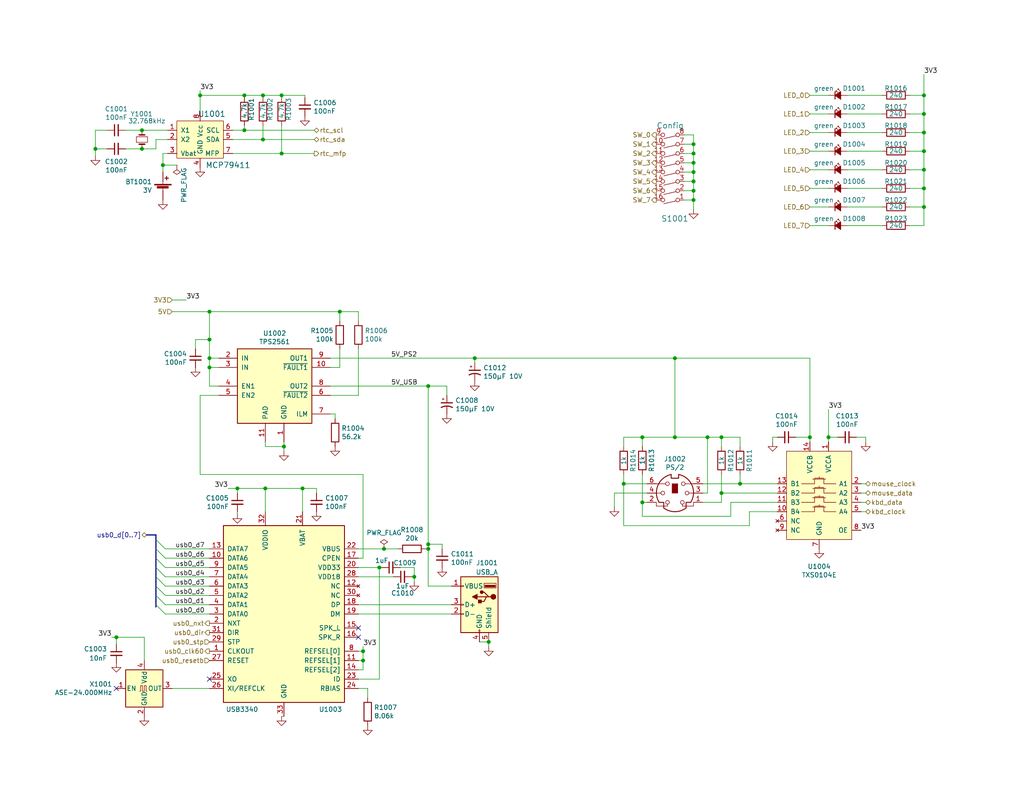
<source format=kicad_sch>
(kicad_sch (version 20211123) (generator eeschema)
  (paper "A")
  (title_block (title "USB, PS/2, RTC, Switches, LEDs") (date "2022-01-11") (rev "${Version}") (company "RetroComputing Reproductions") (comment 4 "Match SD card symbol and footprint"))
  (lib_symbols
    (symbol "Connector:Mini-DIN-6" (pin_names (offset 1.016))
      (property "Reference" "J" (at 0 6.35 0))
      (property "Value" "Connector_Mini-DIN-6" (at 0 -6.35 0))
      (symbol "Mini-DIN-6_1_1"
        (pin passive line (at 7.62 -2.54 180) (length 2.54) (name "~") (number "1"))
        (pin passive line (at -7.62 -2.54 0) (length 2.54) (name "~") (number "2"))
        (pin passive line (at 7.62 0 180) (length 2.54) (name "~") (number "3"))
        (pin passive line (at -7.62 0 0) (length 2.54) (name "~") (number "4"))
        (pin passive line (at 7.62 2.54 180) (length 2.54) (name "~") (number "5"))
        (pin passive line (at -7.62 2.54 0) (length 2.54) (name "~") (number "6"))
      )
    )
    (symbol "Connector:USB_A" (pin_names (offset 1.016))
      (property "Reference" "J" (at -5.08 11.43 0))
      (property "Value" "Connector_USB_A" (at -5.08 8.89 0))
      (symbol "USB_A_1_1"
        (pin power_in line (at 7.62 5.08 180) (length 2.54) (name "VBUS") (number "1"))
        (pin bidirectional line (at 7.62 -2.54 180) (length 2.54) (name "D-") (number "2"))
        (pin bidirectional line (at 7.62 0 180) (length 2.54) (name "D+") (number "3"))
        (pin power_in line (at 0 -10.16 90) (length 2.54) (name "GND") (number "4"))
        (pin passive line (at -2.54 -10.16 90) (length 2.54) (name "Shield") (number "5"))
      )
    )
    (symbol "Device:Battery_Cell" (pin_numbers hide) (pin_names (offset 0) hide)
      (property "Reference" "BT" (at 2.54 2.54 0))
      (property "Value" "Device_Battery_Cell" (at 2.54 0 0))
      (symbol "Battery_Cell_1_1"
        (pin passive line (at 0 5.08 270) (length 2.54) (name "+") (number "1"))
        (pin passive line (at 0 -2.54 90) (length 2.54) (name "-") (number "2"))
      )
    )
    (symbol "Device:CP1_Small" (pin_numbers hide) (pin_names (offset 0.254) hide)
      (property "Reference" "C" (at 0.254 1.778 0))
      (property "Value" "Device_CP1_Small" (at 0.254 -2.032 0))
      (symbol "CP1_Small_1_1"
        (pin passive line (at 0 2.54 270) (length 2.032) (name "~") (number "1"))
        (pin passive line (at 0 -2.54 90) (length 2.032) (name "~") (number "2"))
      )
    )
    (symbol "Device:C_Small" (pin_numbers hide) (pin_names (offset 0.254) hide)
      (property "Reference" "C" (at 0.254 1.778 0))
      (property "Value" "Device_C_Small" (at 0.254 -2.032 0))
      (symbol "C_Small_1_1"
        (pin passive line (at 0 2.54 270) (length 2.032) (name "~") (number "1"))
        (pin passive line (at 0 -2.54 90) (length 2.032) (name "~") (number "2"))
      )
    )
    (symbol "Device:Crystal_Small" (pin_numbers hide) (pin_names (offset 1.016) hide)
      (property "Reference" "Y" (at 0 2.54 0))
      (property "Value" "Device_Crystal_Small" (at 0 -2.54 0))
      (symbol "Crystal_Small_1_1"
        (pin passive line (at -2.54 0 0) (length 1.27) (name "1") (number "1"))
        (pin passive line (at 2.54 0 180) (length 1.27) (name "2") (number "2"))
      )
    )
    (symbol "Device:LED_Small_ALT" (pin_numbers hide) (pin_names (offset 0.254) hide)
      (property "Reference" "D" (at -1.27 3.175 0))
      (property "Value" "Device_LED_Small_ALT" (at -4.445 -2.54 0))
      (symbol "LED_Small_ALT_1_1"
        (pin passive line (at -2.54 0 0) (length 1.778) (name "K") (number "1"))
        (pin passive line (at 2.54 0 180) (length 1.778) (name "A") (number "2"))
      )
    )
    (symbol "Device:R" (pin_numbers hide) (pin_names (offset 0))
      (property "Reference" "R" (at 2.032 0 90))
      (property "Value" "Device_R" (at 0 0 90))
      (symbol "R_1_1"
        (pin passive line (at 0 3.81 270) (length 1.27) (name "~") (number "1"))
        (pin passive line (at 0 -3.81 90) (length 1.27) (name "~") (number "2"))
      )
    )
    (symbol "Interface_USB:TPS2561" (pin_names (offset 1.016))
      (property "Reference" "U" (at -10.16 12.7 0))
      (property "Value" "Interface_USB_TPS2561" (at -5.08 12.7 0))
      (symbol "TPS2561_1_1"
        (pin power_in line (at 2.54 -15.24 90) (length 5.08) (name "GND") (number "1"))
        (pin output line (at 15.24 5.08 180) (length 5.08) (name "~{FAULT1}") (number "10"))
        (pin power_in line (at -2.54 -15.24 90) (length 5.08) (name "PAD") (number "11"))
        (pin power_in line (at -15.24 7.62 0) (length 5.08) (name "IN") (number "2"))
        (pin power_in line (at -15.24 5.08 0) (length 5.08) (name "IN") (number "3"))
        (pin input line (at -15.24 0 0) (length 5.08) (name "EN1") (number "4"))
        (pin input line (at -15.24 -2.54 0) (length 5.08) (name "EN2") (number "5"))
        (pin output line (at 15.24 -2.54 180) (length 5.08) (name "~{FAULT2}") (number "6"))
        (pin output line (at 15.24 -7.62 180) (length 5.08) (name "ILM") (number "7"))
        (pin output line (at 15.24 0 180) (length 5.08) (name "OUT2") (number "8"))
        (pin output line (at 15.24 7.62 180) (length 5.08) (name "OUT1") (number "9"))
      )
    )
    (symbol "Oscillator:ASE-xxxMHz" (pin_names (offset 0.254))
      (property "Reference" "X" (at -5.08 6.35 0))
      (property "Value" "Oscillator_ASE-xxxMHz" (at 1.27 -6.35 0))
      (symbol "ASE-xxxMHz_1_1"
        (pin input line (at -7.62 0 0) (length 2.54) (name "EN") (number "1"))
        (pin power_in line (at 0 -7.62 90) (length 2.54) (name "GND") (number "2"))
        (pin output line (at 7.62 0 180) (length 2.54) (name "OUT") (number "3"))
        (pin power_in line (at 0 7.62 270) (length 2.54) (name "Vdd") (number "4"))
      )
    )
    (symbol "myLib:DIP-Switch-8" (pin_names (offset 1.016))
      (property "Reference" "S" (at 0 5.08 0))
      (property "Value" "myLib_DIP-Switch-8" (at 2.54 -20.32 0))
      (symbol "DIP-Switch-8_1_1"
        (pin passive line (at -2.54 0 0) (length 1.27) (name "~") (number "1"))
        (pin passive line (at 5.08 -15.24 180) (length 1.27) (name "~") (number "10"))
        (pin passive line (at 5.08 -12.7 180) (length 1.27) (name "~") (number "11"))
        (pin passive line (at 5.08 -10.16 180) (length 1.27) (name "~") (number "12"))
        (pin passive line (at 5.08 -7.62 180) (length 1.27) (name "~") (number "13"))
        (pin passive line (at 5.08 -5.08 180) (length 1.27) (name "~") (number "14"))
        (pin passive line (at 5.08 -2.54 180) (length 1.27) (name "~") (number "15"))
        (pin passive line (at 5.08 0 180) (length 1.27) (name "~") (number "16"))
        (pin passive line (at -2.54 -2.54 0) (length 1.27) (name "~") (number "2"))
        (pin passive line (at -2.54 -5.08 0) (length 1.27) (name "~") (number "3"))
        (pin passive line (at -2.54 -7.62 0) (length 1.27) (name "~") (number "4"))
        (pin passive line (at -2.54 -10.16 0) (length 1.27) (name "~") (number "5"))
        (pin passive line (at -2.54 -12.7 0) (length 1.27) (name "~") (number "6"))
        (pin passive line (at -2.54 -15.24 0) (length 1.27) (name "~") (number "7"))
        (pin passive line (at -2.54 -17.78 0) (length 1.27) (name "~") (number "8"))
        (pin passive line (at 5.08 -17.78 180) (length 1.27) (name "~") (number "9"))
      )
    )
    (symbol "myLib:MCP79411" (pin_names (offset 1.016))
      (property "Reference" "U" (at -5.08 3.81 0))
      (property "Value" "myLib_MCP79411" (at 7.62 3.81 0))
      (symbol "MCP79411_1_1"
        (pin passive line (at -8.89 0 0) (length 2.54) (name "X1") (number "1"))
        (pin passive line (at -8.89 -2.54 0) (length 2.54) (name "X2") (number "2"))
        (pin power_in line (at -8.89 -6.35 0) (length 2.54) (name "Vbat") (number "3"))
        (pin power_in line (at 0 -10.16 90) (length 2.54) (name "GND") (number "4"))
        (pin input line (at 8.89 -2.54 180) (length 2.54) (name "SDA") (number "5"))
        (pin input line (at 8.89 0 180) (length 2.54) (name "SCL") (number "6"))
        (pin output line (at 8.89 -6.35 180) (length 2.54) (name "MFP") (number "7"))
        (pin power_in line (at 0 5.08 270) (length 2.54) (name "Vcc") (number "8"))
      )
    )
    (symbol "myLib:TXS0104E" (pin_names (offset 1.016))
      (property "Reference" "U" (at 13.97 10.16 0))
      (property "Value" "myLib_TXS0104E" (at 15.24 -16.51 0))
      (symbol "TXS0104E_1_1"
        (pin power_in line (at 6.35 11.43 270) (length 2.54) (name "VCCA") (number "1"))
        (pin bidirectional line (at 20.32 -7.62 180) (length 2.54) (name "B4") (number "10"))
        (pin bidirectional line (at 20.32 -5.08 180) (length 2.54) (name "B3") (number "11"))
        (pin bidirectional line (at 20.32 -2.54 180) (length 2.54) (name "B2") (number "12"))
        (pin bidirectional line (at 20.32 0 180) (length 2.54) (name "B1") (number "13"))
        (pin power_in line (at 11.43 11.43 270) (length 2.54) (name "VCCB") (number "14"))
        (pin bidirectional line (at -2.54 0 0) (length 2.54) (name "A1") (number "2"))
        (pin bidirectional line (at -2.54 -2.54 0) (length 2.54) (name "A2") (number "3"))
        (pin bidirectional line (at -2.54 -5.08 0) (length 2.54) (name "A3") (number "4"))
        (pin bidirectional line (at -2.54 -7.62 0) (length 2.54) (name "A4") (number "5"))
        (pin no_connect line (at 20.32 -10.16 180) (length 2.54) (name "NC") (number "6"))
        (pin power_in line (at 8.89 -17.78 90) (length 2.54) (name "GND") (number "7"))
        (pin input line (at -2.54 -12.7 0) (length 2.54) (name "OE") (number "8"))
        (pin no_connect line (at 20.32 -12.7 180) (length 2.54) (name "NC") (number "9"))
      )
    )
    (symbol "myLib:USB3340" (pin_names (offset 1.016))
      (property "Reference" "U" (at 0 1.27 0))
      (property "Value" "USB3340" (at 0 -1.27 0))
      (symbol "USB3340_1_1"
        (pin output line (at -20.32 -10.16 0) (length 3.81) (name "CLKOUT") (number "1"))
        (pin bidirectional line (at -20.32 15.24 0) (length 3.81) (name "DATA6") (number "10"))
        (pin input line (at 20.32 -12.7 180) (length 3.81) (name "REFSEL[1]") (number "11"))
        (pin no_connect line (at 20.32 7.62 180) (length 3.81) (name "NC") (number "12"))
        (pin bidirectional line (at -20.32 17.78 0) (length 3.81) (name "DATA7") (number "13"))
        (pin input line (at 20.32 -15.24 180) (length 3.81) (name "REFSEL[2]") (number "14"))
        (pin passive line (at 20.32 -3.81 180) (length 3.81) (name "SPK_L") (number "15"))
        (pin passive line (at 20.32 -6.35 180) (length 3.81) (name "SPK_R") (number "16"))
        (pin output line (at 20.32 15.24 180) (length 3.81) (name "CPEN") (number "17"))
        (pin bidirectional line (at 20.32 2.54 180) (length 3.81) (name "DP") (number "18"))
        (pin bidirectional line (at 20.32 0 180) (length 3.81) (name "DM") (number "19"))
        (pin output line (at -20.32 -2.54 0) (length 3.81) (name "NXT") (number "2"))
        (pin power_out line (at 20.32 12.7 180) (length 3.81) (name "VDD33") (number "20"))
        (pin power_in line (at 5.08 27.94 270) (length 3.81) (name "VBAT") (number "21"))
        (pin power_in line (at 20.32 17.78 180) (length 3.81) (name "VBUS") (number "22"))
        (pin input line (at 20.32 -17.78 180) (length 3.81) (name "ID") (number "23"))
        (pin passive line (at 20.32 -20.32 180) (length 3.81) (name "RBIAS") (number "24"))
        (pin output line (at -20.32 -17.78 0) (length 3.81) (name "XO") (number "25"))
        (pin input line (at -20.32 -20.32 0) (length 3.81) (name "XI/REFCLK") (number "26"))
        (pin input line (at -20.32 -12.7 0) (length 3.81) (name "RESET") (number "27"))
        (pin power_out line (at 20.32 10.16 180) (length 3.81) (name "VDD18") (number "28"))
        (pin input line (at -20.32 -7.62 0) (length 3.81) (name "STP") (number "29"))
        (pin bidirectional line (at -20.32 0 0) (length 3.81) (name "DATA0") (number "3"))
        (pin no_connect line (at 20.32 5.08 180) (length 3.81) (name "NC") (number "30"))
        (pin output line (at -20.32 -5.08 0) (length 3.81) (name "DIR") (number "31"))
        (pin power_in line (at -5.08 27.94 270) (length 3.81) (name "VDDIO") (number "32"))
        (pin power_in line (at 0 -27.94 90) (length 3.81) (name "GND") (number "33"))
        (pin bidirectional line (at -20.32 2.54 0) (length 3.81) (name "DATA1") (number "4"))
        (pin bidirectional line (at -20.32 5.08 0) (length 3.81) (name "DATA2") (number "5"))
        (pin bidirectional line (at -20.32 7.62 0) (length 3.81) (name "DATA3") (number "6"))
        (pin bidirectional line (at -20.32 10.16 0) (length 3.81) (name "DATA4") (number "7"))
        (pin input line (at 20.32 -10.16 180) (length 3.81) (name "REFSEL[0]") (number "8"))
        (pin bidirectional line (at -20.32 12.7 0) (length 3.81) (name "DATA5") (number "9"))
      )
    )
    (symbol "power:GND" (power) (pin_names (offset 0))
      (property "Value" "power_GND" (at 0 -3.81 0))
      (symbol "GND_1_1"
        (pin power_in line (at 0 0 270) (length 0) hide (name "GND") (number "1"))
      )
    )
    (symbol "power:PWR_FLAG" (power) (pin_numbers hide) (pin_names (offset 0) hide)
      (property "Value" "power_PWR_FLAG" (at 0 3.81 0))
      (symbol "PWR_FLAG_0_0"
        (pin power_out line (at 0 0 90) (length 0) (name "pwr") (number "1"))
      )
    )
  )
  (junction (at 252.095 41.275))
  (junction (at 175.26 137.16))
  (junction (at 220.98 119.38))
  (junction (at 189.23 49.53))
  (junction (at 116.84 148.59))
  (junction (at 116.84 105.41))
  (junction (at 133.35 175.26))
  (junction (at 31.75 173.99))
  (junction (at 54.61 26.035))
  (junction (at 38.735 35.56))
  (junction (at 252.095 26.035))
  (junction (at 175.26 119.38))
  (junction (at 201.93 132.08))
  (junction (at 92.71 85.09))
  (junction (at 189.23 41.91))
  (junction (at 252.095 31.115))
  (junction (at 82.55 133.35))
  (junction (at 71.755 38.1))
  (junction (at 252.095 56.515))
  (junction (at 57.15 97.79))
  (junction (at 189.23 46.99))
  (junction (at 170.18 132.08))
  (junction (at 72.39 133.35))
  (junction (at 116.84 149.86))
  (junction (at 184.15 119.38))
  (junction (at 26.035 40.64))
  (junction (at 252.095 36.195))
  (junction (at 113.03 157.48))
  (junction (at 184.15 97.79))
  (junction (at 193.04 119.38))
  (junction (at 76.835 26.035))
  (junction (at 103.505 154.94))
  (junction (at 129.54 97.79))
  (junction (at 57.15 85.09))
  (junction (at 196.85 134.62))
  (junction (at 226.06 119.38))
  (junction (at 99.06 180.34))
  (junction (at 252.095 51.435))
  (junction (at 189.23 44.45))
  (junction (at 196.85 119.38))
  (junction (at 64.77 133.35))
  (junction (at 189.23 54.61))
  (junction (at 252.095 46.355))
  (junction (at 189.23 52.07))
  (junction (at 66.675 35.56))
  (junction (at 57.15 100.33))
  (junction (at 57.15 92.71))
  (junction (at 71.755 26.035))
  (junction (at 44.45 45.085))
  (junction (at 66.675 26.035))
  (junction (at 99.06 177.8))
  (junction (at 104.775 149.86))
  (junction (at 76.835 41.91))
  (junction (at 189.23 39.37))
  (junction (at 38.735 40.64))
  (junction (at 77.47 121.92))
  (no_connect (at 57.15 185.42))
  (no_connect (at 97.79 173.99))
  (no_connect (at 31.75 187.96))
  (no_connect (at 97.79 171.45))
  (bus_entry (at 42.545 160.02) (size 2.54 2.54))
  (bus_entry (at 42.545 165.1) (size 2.54 2.54))
  (bus_entry (at 42.545 157.48) (size 2.54 2.54))
  (bus_entry (at 42.545 154.94) (size 2.54 2.54))
  (bus_entry (at 42.545 147.32) (size 2.54 2.54))
  (bus_entry (at 42.545 162.56) (size 2.54 2.54))
  (bus_entry (at 42.545 149.86) (size 2.54 2.54))
  (bus_entry (at 42.545 152.4) (size 2.54 2.54))
  (wire (pts (xy 113.03 157.48) (xy 113.03 158.75)))
  (wire (pts (xy 248.285 31.115) (xy 252.095 31.115)))
  (wire (pts (xy 97.79 167.64) (xy 123.19 167.64)))
  (bus (pts (xy 42.545 154.94) (xy 42.545 157.48)))
  (wire (pts (xy 91.44 113.03) (xy 91.44 114.3)))
  (wire (pts (xy 212.09 119.38) (xy 210.82 119.38)))
  (wire (pts (xy 29.21 35.56) (xy 26.035 35.56)))
  (wire (pts (xy 184.15 119.38) (xy 175.26 119.38)))
  (wire (pts (xy 175.26 137.16) (xy 176.53 137.16)))
  (wire (pts (xy 97.79 107.95) (xy 97.79 95.25)))
  (wire (pts (xy 252.095 51.435) (xy 252.095 56.515)))
  (wire (pts (xy 30.48 173.99) (xy 31.75 173.99)))
  (wire (pts (xy 45.085 154.94) (xy 57.15 154.94)))
  (wire (pts (xy 54.61 107.95) (xy 54.61 129.54)))
  (wire (pts (xy 186.69 41.91) (xy 189.23 41.91)))
  (wire (pts (xy 201.93 119.38) (xy 196.85 119.38)))
  (wire (pts (xy 72.39 121.92) (xy 72.39 120.65)))
  (bus (pts (xy 42.545 162.56) (xy 42.545 165.1)))
  (wire (pts (xy 45.085 157.48) (xy 57.15 157.48)))
  (wire (pts (xy 63.5 35.56) (xy 66.675 35.56)))
  (wire (pts (xy 212.09 132.08) (xy 201.93 132.08)))
  (wire (pts (xy 116.84 149.86) (xy 116.84 160.02)))
  (wire (pts (xy 175.26 129.54) (xy 175.26 137.16)))
  (wire (pts (xy 252.095 26.035) (xy 252.095 31.115)))
  (wire (pts (xy 189.23 46.99) (xy 189.23 49.53)))
  (wire (pts (xy 199.39 137.16) (xy 212.09 137.16)))
  (wire (pts (xy 236.22 119.38) (xy 236.22 120.65)))
  (wire (pts (xy 186.69 39.37) (xy 189.23 39.37)))
  (wire (pts (xy 66.675 26.035) (xy 71.755 26.035)))
  (wire (pts (xy 76.835 26.035) (xy 76.835 26.67)))
  (wire (pts (xy 97.79 157.48) (xy 107.315 157.48)))
  (wire (pts (xy 231.14 46.355) (xy 240.665 46.355)))
  (wire (pts (xy 66.675 35.56) (xy 85.725 35.56)))
  (wire (pts (xy 189.23 49.53) (xy 189.23 52.07)))
  (wire (pts (xy 196.85 121.92) (xy 196.85 119.38)))
  (bus (pts (xy 42.545 160.02) (xy 42.545 162.56)))
  (wire (pts (xy 220.98 61.595) (xy 226.06 61.595)))
  (wire (pts (xy 44.45 45.085) (xy 48.26 45.085)))
  (wire (pts (xy 72.39 133.35) (xy 82.55 133.35)))
  (wire (pts (xy 97.79 152.4) (xy 99.06 152.4)))
  (wire (pts (xy 170.18 143.51) (xy 170.18 132.08)))
  (wire (pts (xy 220.98 41.275) (xy 226.06 41.275)))
  (wire (pts (xy 220.98 51.435) (xy 226.06 51.435)))
  (wire (pts (xy 234.95 139.7) (xy 236.22 139.7)))
  (wire (pts (xy 189.23 52.07) (xy 189.23 54.61)))
  (wire (pts (xy 248.285 56.515) (xy 252.095 56.515)))
  (wire (pts (xy 103.505 154.94) (xy 104.14 154.94)))
  (wire (pts (xy 26.035 35.56) (xy 26.035 40.64)))
  (wire (pts (xy 189.23 39.37) (xy 189.23 41.91)))
  (wire (pts (xy 217.17 119.38) (xy 220.98 119.38)))
  (wire (pts (xy 248.285 46.355) (xy 252.095 46.355)))
  (wire (pts (xy 231.14 51.435) (xy 240.665 51.435)))
  (wire (pts (xy 90.17 100.33) (xy 92.71 100.33)))
  (wire (pts (xy 46.99 85.09) (xy 57.15 85.09)))
  (wire (pts (xy 45.085 160.02) (xy 57.15 160.02)))
  (wire (pts (xy 54.61 26.035) (xy 54.61 30.48)))
  (wire (pts (xy 189.23 36.83) (xy 186.69 36.83)))
  (wire (pts (xy 189.23 36.83) (xy 189.23 39.37)))
  (wire (pts (xy 236.22 132.08) (xy 234.95 132.08)))
  (wire (pts (xy 184.15 97.79) (xy 184.15 119.38)))
  (wire (pts (xy 92.71 95.25) (xy 92.71 100.33)))
  (wire (pts (xy 201.93 132.08) (xy 191.77 132.08)))
  (wire (pts (xy 97.79 180.34) (xy 99.06 180.34)))
  (wire (pts (xy 167.64 134.62) (xy 176.53 134.62)))
  (bus (pts (xy 42.545 146.05) (xy 42.545 147.32)))
  (wire (pts (xy 100.33 187.96) (xy 100.33 190.5)))
  (wire (pts (xy 220.98 36.195) (xy 226.06 36.195)))
  (wire (pts (xy 45.085 162.56) (xy 57.15 162.56)))
  (wire (pts (xy 63.5 41.91) (xy 76.835 41.91)))
  (wire (pts (xy 113.03 154.94) (xy 113.03 157.48)))
  (bus (pts (xy 42.545 157.48) (xy 42.545 160.02)))
  (wire (pts (xy 66.675 26.67) (xy 66.675 26.035)))
  (wire (pts (xy 97.79 177.8) (xy 99.06 177.8)))
  (wire (pts (xy 199.39 140.97) (xy 175.26 140.97)))
  (wire (pts (xy 31.75 173.99) (xy 39.37 173.99)))
  (wire (pts (xy 133.35 175.26) (xy 130.81 175.26)))
  (wire (pts (xy 231.14 36.195) (xy 240.665 36.195)))
  (wire (pts (xy 220.98 46.355) (xy 226.06 46.355)))
  (wire (pts (xy 189.23 44.45) (xy 189.23 46.99)))
  (wire (pts (xy 38.735 35.56) (xy 45.72 35.56)))
  (wire (pts (xy 72.39 121.92) (xy 77.47 121.92)))
  (wire (pts (xy 199.39 140.97) (xy 199.39 137.16)))
  (wire (pts (xy 248.285 26.035) (xy 252.095 26.035)))
  (wire (pts (xy 231.14 61.595) (xy 240.665 61.595)))
  (wire (pts (xy 231.14 26.035) (xy 240.665 26.035)))
  (wire (pts (xy 212.09 139.7) (xy 204.47 139.7)))
  (bus (pts (xy 40.005 146.05) (xy 42.545 146.05)))
  (wire (pts (xy 34.29 35.56) (xy 38.735 35.56)))
  (wire (pts (xy 57.15 92.71) (xy 57.15 97.79)))
  (wire (pts (xy 116.84 148.59) (xy 120.65 148.59)))
  (wire (pts (xy 99.06 177.8) (xy 99.06 176.53)))
  (wire (pts (xy 116.84 105.41) (xy 116.84 148.59)))
  (wire (pts (xy 99.06 180.34) (xy 99.06 177.8)))
  (wire (pts (xy 186.69 54.61) (xy 189.23 54.61)))
  (wire (pts (xy 90.17 113.03) (xy 91.44 113.03)))
  (wire (pts (xy 45.085 165.1) (xy 57.15 165.1)))
  (wire (pts (xy 201.93 129.54) (xy 201.93 132.08)))
  (wire (pts (xy 133.35 176.53) (xy 133.35 175.26)))
  (wire (pts (xy 71.755 26.035) (xy 76.835 26.035)))
  (wire (pts (xy 248.285 41.275) (xy 252.095 41.275)))
  (wire (pts (xy 90.17 105.41) (xy 116.84 105.41)))
  (wire (pts (xy 193.04 134.62) (xy 193.04 119.38)))
  (wire (pts (xy 64.77 133.35) (xy 72.39 133.35)))
  (wire (pts (xy 116.205 149.86) (xy 116.84 149.86)))
  (wire (pts (xy 175.26 121.92) (xy 175.26 119.38)))
  (wire (pts (xy 44.45 45.085) (xy 44.45 41.91)))
  (wire (pts (xy 71.755 26.67) (xy 71.755 26.035)))
  (wire (pts (xy 90.17 107.95) (xy 97.79 107.95)))
  (wire (pts (xy 71.755 34.29) (xy 71.755 38.1)))
  (wire (pts (xy 64.77 139.7) (xy 64.77 140.335)))
  (wire (pts (xy 46.99 187.96) (xy 57.15 187.96)))
  (wire (pts (xy 77.47 195.58) (xy 76.835 195.58)))
  (wire (pts (xy 83.185 26.035) (xy 83.185 26.67)))
  (wire (pts (xy 59.69 97.79) (xy 57.15 97.79)))
  (wire (pts (xy 45.085 149.86) (xy 57.15 149.86)))
  (wire (pts (xy 170.18 129.54) (xy 170.18 132.08)))
  (wire (pts (xy 175.26 119.38) (xy 170.18 119.38)))
  (wire (pts (xy 53.34 95.25) (xy 53.34 92.71)))
  (wire (pts (xy 186.69 52.07) (xy 189.23 52.07)))
  (wire (pts (xy 248.285 36.195) (xy 252.095 36.195)))
  (wire (pts (xy 189.23 41.91) (xy 189.23 44.45)))
  (wire (pts (xy 90.17 97.79) (xy 129.54 97.79)))
  (wire (pts (xy 44.45 46.99) (xy 44.45 45.085)))
  (bus (pts (xy 42.545 165.1) (xy 42.545 165.735)))
  (wire (pts (xy 71.755 38.1) (xy 85.725 38.1)))
  (wire (pts (xy 212.09 134.62) (xy 196.85 134.62)))
  (wire (pts (xy 220.98 119.38) (xy 220.98 97.79)))
  (wire (pts (xy 231.14 41.275) (xy 240.665 41.275)))
  (wire (pts (xy 186.69 49.53) (xy 189.23 49.53)))
  (wire (pts (xy 233.68 119.38) (xy 236.22 119.38)))
  (wire (pts (xy 196.85 134.62) (xy 196.85 129.54)))
  (wire (pts (xy 53.34 92.71) (xy 57.15 92.71)))
  (bus (pts (xy 42.545 152.4) (xy 42.545 154.94)))
  (wire (pts (xy 116.84 148.59) (xy 116.84 149.86)))
  (wire (pts (xy 97.79 87.63) (xy 97.79 85.09)))
  (wire (pts (xy 248.285 61.595) (xy 252.095 61.595)))
  (wire (pts (xy 97.79 187.96) (xy 100.33 187.96)))
  (wire (pts (xy 97.79 165.1) (xy 123.19 165.1)))
  (wire (pts (xy 226.06 119.38) (xy 226.06 111.76)))
  (bus (pts (xy 42.545 147.32) (xy 42.545 149.86)))
  (wire (pts (xy 31.75 175.895) (xy 31.75 173.99)))
  (wire (pts (xy 29.21 40.64) (xy 26.035 40.64)))
  (wire (pts (xy 54.61 26.035) (xy 66.675 26.035)))
  (wire (pts (xy 82.55 133.35) (xy 86.36 133.35)))
  (wire (pts (xy 57.15 100.33) (xy 57.15 105.41)))
  (wire (pts (xy 44.45 41.91) (xy 45.72 41.91)))
  (wire (pts (xy 57.15 85.09) (xy 57.15 92.71)))
  (wire (pts (xy 204.47 139.7) (xy 204.47 143.51)))
  (wire (pts (xy 121.92 105.41) (xy 116.84 105.41)))
  (wire (pts (xy 39.37 173.99) (xy 39.37 180.34)))
  (wire (pts (xy 62.23 133.35) (xy 64.77 133.35)))
  (wire (pts (xy 103.505 185.42) (xy 97.79 185.42)))
  (wire (pts (xy 104.775 149.86) (xy 97.79 149.86)))
  (wire (pts (xy 92.71 85.09) (xy 57.15 85.09)))
  (wire (pts (xy 220.98 26.035) (xy 226.06 26.035)))
  (wire (pts (xy 103.505 154.94) (xy 103.505 185.42)))
  (wire (pts (xy 76.835 34.29) (xy 76.835 41.91)))
  (wire (pts (xy 220.98 31.115) (xy 226.06 31.115)))
  (wire (pts (xy 72.39 133.35) (xy 72.39 139.7)))
  (wire (pts (xy 186.69 46.99) (xy 189.23 46.99)))
  (wire (pts (xy 99.06 182.88) (xy 99.06 180.34)))
  (wire (pts (xy 186.69 44.45) (xy 189.23 44.45)))
  (wire (pts (xy 108.585 149.86) (xy 104.775 149.86)))
  (wire (pts (xy 252.095 36.195) (xy 252.095 41.275)))
  (wire (pts (xy 86.36 133.35) (xy 86.36 134.62)))
  (wire (pts (xy 54.61 129.54) (xy 99.06 129.54)))
  (wire (pts (xy 76.835 26.035) (xy 83.185 26.035)))
  (wire (pts (xy 176.53 132.08) (xy 170.18 132.08)))
  (wire (pts (xy 42.545 38.1) (xy 45.72 38.1)))
  (wire (pts (xy 204.47 143.51) (xy 170.18 143.51)))
  (wire (pts (xy 54.61 24.765) (xy 54.61 26.035)))
  (wire (pts (xy 220.98 120.65) (xy 220.98 119.38)))
  (wire (pts (xy 193.04 119.38) (xy 184.15 119.38)))
  (wire (pts (xy 45.085 167.64) (xy 57.15 167.64)))
  (wire (pts (xy 97.79 182.88) (xy 99.06 182.88)))
  (wire (pts (xy 42.545 40.64) (xy 38.735 40.64)))
  (wire (pts (xy 201.93 121.92) (xy 201.93 119.38)))
  (wire (pts (xy 59.69 107.95) (xy 54.61 107.95)))
  (wire (pts (xy 252.095 41.275) (xy 252.095 46.355)))
  (wire (pts (xy 167.64 138.43) (xy 167.64 134.62)))
  (wire (pts (xy 63.5 38.1) (xy 71.755 38.1)))
  (wire (pts (xy 77.47 121.92) (xy 77.47 120.65)))
  (wire (pts (xy 112.395 157.48) (xy 113.03 157.48)))
  (wire (pts (xy 42.545 38.1) (xy 42.545 40.64)))
  (wire (pts (xy 57.15 97.79) (xy 57.15 100.33)))
  (wire (pts (xy 45.085 152.4) (xy 57.15 152.4)))
  (wire (pts (xy 97.79 154.94) (xy 103.505 154.94)))
  (wire (pts (xy 191.77 134.62) (xy 193.04 134.62)))
  (wire (pts (xy 120.65 148.59) (xy 120.65 149.86)))
  (wire (pts (xy 210.82 119.38) (xy 210.82 120.65)))
  (wire (pts (xy 76.835 41.91) (xy 85.725 41.91)))
  (wire (pts (xy 234.95 137.16) (xy 236.22 137.16)))
  (wire (pts (xy 99.06 129.54) (xy 99.06 152.4)))
  (wire (pts (xy 252.095 46.355) (xy 252.095 51.435)))
  (wire (pts (xy 66.675 34.29) (xy 66.675 35.56)))
  (wire (pts (xy 116.84 160.02) (xy 123.19 160.02)))
  (wire (pts (xy 252.095 56.515) (xy 252.095 61.595)))
  (wire (pts (xy 46.99 81.915) (xy 50.8 81.915)))
  (bus (pts (xy 42.545 149.86) (xy 42.545 152.4)))
  (wire (pts (xy 189.23 54.61) (xy 189.23 57.15)))
  (wire (pts (xy 92.71 87.63) (xy 92.71 85.09)))
  (wire (pts (xy 236.22 134.62) (xy 234.95 134.62)))
  (wire (pts (xy 170.18 119.38) (xy 170.18 121.92)))
  (wire (pts (xy 228.6 119.38) (xy 226.06 119.38)))
  (wire (pts (xy 129.54 99.06) (xy 129.54 97.79)))
  (wire (pts (xy 109.22 154.94) (xy 113.03 154.94)))
  (wire (pts (xy 97.79 85.09) (xy 92.71 85.09)))
  (wire (pts (xy 26.035 40.64) (xy 26.035 42.545)))
  (wire (pts (xy 38.735 40.64) (xy 34.29 40.64)))
  (wire (pts (xy 175.26 140.97) (xy 175.26 137.16)))
  (wire (pts (xy 59.69 105.41) (xy 57.15 105.41)))
  (wire (pts (xy 129.54 97.79) (xy 184.15 97.79)))
  (wire (pts (xy 59.69 100.33) (xy 57.15 100.33)))
  (wire (pts (xy 121.92 105.41) (xy 121.92 107.95)))
  (wire (pts (xy 196.85 134.62) (xy 196.85 137.16)))
  (wire (pts (xy 231.14 31.115) (xy 240.665 31.115)))
  (wire (pts (xy 252.095 31.115) (xy 252.095 36.195)))
  (wire (pts (xy 252.095 20.32) (xy 252.095 26.035)))
  (wire (pts (xy 220.98 56.515) (xy 226.06 56.515)))
  (wire (pts (xy 196.85 119.38) (xy 193.04 119.38)))
  (wire (pts (xy 82.55 133.35) (xy 82.55 139.7)))
  (wire (pts (xy 184.15 97.79) (xy 220.98 97.79)))
  (wire (pts (xy 226.06 120.65) (xy 226.06 119.38)))
  (wire (pts (xy 77.47 123.19) (xy 77.47 121.92)))
  (wire (pts (xy 248.285 51.435) (xy 252.095 51.435)))
  (wire (pts (xy 191.77 137.16) (xy 196.85 137.16)))
  (wire (pts (xy 231.14 56.515) (xy 240.665 56.515)))
  (wire (pts (xy 64.77 134.62) (xy 64.77 133.35)))
  (label "usb0_d6" (at 55.88 152.4 180))
  (label "3V3" (at 234.95 144.78 0))
  (label "3V3" (at 252.095 20.32 0))
  (label "3V3" (at 50.8 81.915 0))
  (label "3V3" (at 54.61 24.765 0))
  (label "usb0_d0" (at 55.88 167.64 180))
  (label "usb0_d4" (at 55.88 157.48 180))
  (label "usb0_d1" (at 55.88 165.1 180))
  (label "usb0_d7" (at 55.88 149.86 180))
  (label "usb0_d2" (at 55.88 162.56 180))
  (label "3V3" (at 62.23 133.35 180))
  (label "3V3" (at 99.06 176.53 0))
  (label "3V3" (at 226.06 111.76 0))
  (label "5V_PS2" (at 106.68 97.79 0))
  (label "usb0_d5" (at 55.88 154.94 180))
  (label "3V3" (at 30.48 173.99 180))
  (label "usb0_d3" (at 55.88 160.02 180))
  (label "5V_USB" (at 106.68 105.41 0))
  (hierarchical_label "LED_3" (shape input) (at 220.98 41.275 180))
  (hierarchical_label "SW_1" (shape output) (at 179.07 39.37 180))
  (hierarchical_label "LED_1" (shape input) (at 220.98 31.115 180))
  (hierarchical_label "usb0_stp" (shape input) (at 57.15 175.26 180))
  (hierarchical_label "SW_7" (shape output) (at 179.07 54.61 180))
  (hierarchical_label "kbd_data" (shape bidirectional) (at 236.22 137.16 0))
  (hierarchical_label "SW_0" (shape output) (at 179.07 36.83 180))
  (hierarchical_label "usb0_d[0..7]" (shape bidirectional) (at 40.005 146.05 180))
  (hierarchical_label "LED_0" (shape input) (at 220.98 26.035 180))
  (hierarchical_label "kbd_clock" (shape bidirectional) (at 236.22 139.7 0))
  (hierarchical_label "SW_5" (shape output) (at 179.07 49.53 180))
  (hierarchical_label "LED_7" (shape input) (at 220.98 61.595 180))
  (hierarchical_label "LED_5" (shape input) (at 220.98 51.435 180))
  (hierarchical_label "LED_6" (shape input) (at 220.98 56.515 180))
  (hierarchical_label "usb0_dir" (shape output) (at 57.15 172.72 180))
  (hierarchical_label "mouse_data" (shape bidirectional) (at 236.22 134.62 0))
  (hierarchical_label "SW_2" (shape output) (at 179.07 41.91 180))
  (hierarchical_label "3V3" (shape input) (at 46.99 81.915 180))
  (hierarchical_label "usb0_resetb" (shape input) (at 57.15 180.34 180))
  (hierarchical_label "LED_4" (shape input) (at 220.98 46.355 180))
  (hierarchical_label "LED_2" (shape input) (at 220.98 36.195 180))
  (hierarchical_label "5V" (shape input) (at 46.99 85.09 180))
  (hierarchical_label "SW_6" (shape output) (at 179.07 52.07 180))
  (hierarchical_label "rtc_mfp" (shape output) (at 85.725 41.91 0))
  (hierarchical_label "SW_3" (shape output) (at 179.07 44.45 180))
  (hierarchical_label "usb0_clk60" (shape output) (at 57.15 177.8 180))
  (hierarchical_label "rtc_sda" (shape bidirectional) (at 85.725 38.1 0))
  (hierarchical_label "usb0_nxt" (shape output) (at 57.15 170.18 180))
  (hierarchical_label "rtc_scl" (shape bidirectional) (at 85.725 35.56 0))
  (hierarchical_label "SW_4" (shape output) (at 179.07 46.99 180))
  (hierarchical_label "mouse_clock" (shape bidirectional) (at 236.22 132.08 0))
  (symbol (lib_id "myLib:DIP-Switch-8") (at 184.15 54.61 180) (unit 1)
    (property "Reference" "S1001" (at 184.15 59.69 0) (effects (font (size 1.524 1.524))))
    (property "Value" "Config" (at 182.88 34.29 0) (effects (font (size 1.524 1.524))))
    (property "Footprint" "Button_Switch_THT:SW_DIP_SPSTx08_Slide_6.7x21.88mm_W7.62mm_P2.54mm_LowProfile" (effects hide))
  )
  (symbol (lib_id "power:GND") (at 189.23 57.15 0) (unit 1)
    (property "Reference" "#PWR0170" (effects hide))
    (property "Value" "GND" (effects hide))
  )
  (symbol (lib_id "power:GND") (at 133.35 176.53 0) (unit 1)
    (property "Reference" "#PWR0169" (effects hide))
    (property "Value" "GND" (effects hide))
  )
  (symbol (lib_id "Connector:USB_A") (at 130.81 165.1 0) (mirror y) (unit 1)
    (property "Reference" "J1001" (at 135.89 153.67 0) (effects (justify left)))
    (property "Value" "USB_A" (at 135.89 156.21 0) (effects (justify left)))
    (property "Footprint" "myMods:Amphenol_87583_USB_A" (effects hide))
    (property "Datasheet" "https://www.te.com/commerce/DocumentDelivery/DDEController?Action=srchrtrv&DocNm=1734028&DocType=Customer+Drawing&DocLang=English" (effects hide))
    (property "manf#" "A-USB/2-A-E" (effects hide))
  )
  (symbol (lib_id "power:GND") (at 76.835 195.58 0) (unit 1)
    (property "Reference" "#PWR0171" (effects hide))
    (property "Value" "GND" (effects hide))
  )
  (symbol (lib_id "myLib:MCP79411") (at 54.61 35.56 0) (unit 1)
    (property "Reference" "U1001" (at 57.785 31.115 0) (effects (font (size 1.524 1.524))))
    (property "Value" "MCP79411" (at 62.23 45.085 0) (effects (font (size 1.524 1.524))))
    (property "Footprint" "Package_SO:SOIC-8_3.9x4.9mm_P1.27mm" (effects hide))
    (property "Datasheet" "http://ww1.microchip.com/downloads/en/DeviceDoc/20002266H.pdf" (effects hide))
    (property "manf#" "MCP79411" (effects hide))
  )
  (symbol (lib_id "power:GND") (at 54.61 45.72 0) (unit 1)
    (property "Reference" "#PWR0173" (effects hide))
    (property "Value" "GND" (effects hide))
  )
  (symbol (lib_id "Device:C_Small") (at 83.185 29.21 0) (unit 1)
    (property "Reference" "C1006" (at 85.5218 28.0416 0) (effects (justify left)))
    (property "Value" "100nF" (at 85.5218 30.353 0) (effects (justify left)))
    (property "Footprint" "Capacitor_SMD:C_0603_1608Metric" (effects hide))
  )
  (symbol (lib_id "Device:C_Small") (at 31.75 35.56 90) (unit 1)
    (property "Reference" "C1001" (at 31.75 29.7434 90))
    (property "Value" "100nF" (at 31.75 32.0548 90))
    (property "Footprint" "Capacitor_SMD:C_0603_1608Metric" (effects hide))
  )
  (symbol (lib_id "Device:Crystal_Small") (at 38.735 38.1 270) (unit 1)
    (property "Reference" "Y1001" (at 35.56 31.115 90) (effects (justify left)))
    (property "Value" "32.768kHz" (at 34.925 33.02 90) (effects (justify left)))
    (property "Footprint" "Crystal:Crystal_SMD_0603-2Pin_6.0x3.5mm" (effects hide))
  )
  (symbol (lib_id "Device:Battery_Cell") (at 44.45 52.07 0) (unit 1)
    (property "Reference" "BT1001" (at 41.4782 49.6316 0) (effects (justify right)))
    (property "Value" "3V" (at 41.4782 51.943 0) (effects (justify right)))
    (property "Footprint" "myMods:TE-1775485" (effects hide))
    (property "manf#" "BU2032SM-JJ-GTR" (effects hide))
  )
  (symbol (lib_id "Device:R") (at 66.675 30.48 0) (unit 1)
    (property "Reference" "R1001" (at 68.58 33.02 90) (effects (justify left)))
    (property "Value" "4.7k" (at 66.675 32.385 90) (effects (justify left)))
    (property "Footprint" "Resistor_SMD:R_0603_1608Metric" (effects hide))
  )
  (symbol (lib_id "myLib:USB3340") (at 77.47 167.64 0) (unit 1)
    (property "Reference" "U1003" (at 90.17 193.675 0))
    (property "Value" "USB3340" (at 66.04 193.675 0))
    (property "Footprint" "Housings_DFN_QFN:QFN-32-1EP_5x5mm_Pitch0.5mm" (effects hide))
    (property "Datasheet" "http://ww1.microchip.com/downloads/en/DeviceDoc/USB3340-Data-Sheet-DS00001678C.pdf" (effects hide))
    (property "manf#" "USB3340" (effects hide))
  )
  (symbol (lib_id "Device:C_Small") (at 31.75 40.64 90) (unit 1)
    (property "Reference" "C1002" (at 31.75 44.1198 90))
    (property "Value" "100nF" (at 31.75 46.4312 90))
    (property "Footprint" "Capacitor_SMD:C_0603_1608Metric" (effects hide))
  )
  (symbol (lib_id "power:GND") (at 44.45 54.61 0) (unit 1)
    (property "Reference" "#PWR0174" (effects hide))
    (property "Value" "GND" (effects hide))
  )
  (symbol (lib_id "power:GND") (at 26.035 42.545 0) (unit 1)
    (property "Reference" "#PWR0175" (effects hide))
    (property "Value" "GND" (effects hide))
  )
  (symbol (lib_id "Device:R") (at 71.755 30.48 0) (unit 1)
    (property "Reference" "R1002" (at 73.66 33.02 90) (effects (justify left)))
    (property "Value" "4.7k" (at 71.755 32.385 90) (effects (justify left)))
    (property "Footprint" "Resistor_SMD:R_0603_1608Metric" (effects hide))
  )
  (symbol (lib_id "Device:R") (at 76.835 30.48 0) (unit 1)
    (property "Reference" "R1003" (at 78.74 33.02 90) (effects (justify left)))
    (property "Value" "4.7k" (at 76.835 32.385 90) (effects (justify left)))
    (property "Footprint" "Resistor_SMD:R_0603_1608Metric" (effects hide))
  )
  (symbol (lib_id "power:GND") (at 83.185 31.75 0) (unit 1)
    (property "Reference" "#PWR0176" (effects hide))
    (property "Value" "GND" (effects hide))
  )
  (symbol (lib_id "Device:R") (at 112.395 149.86 90) (unit 1)
    (property "Reference" "R1008" (at 112.395 144.653 90))
    (property "Value" "20k" (at 112.395 146.9644 90))
    (property "Footprint" "Resistor_SMD:R_0603_1608Metric" (effects hide))
  )
  (symbol (lib_id "Connector:Mini-DIN-6") (at 184.15 134.62 0) (unit 1)
    (property "Reference" "J1002" (at 184.15 125.2982 0))
    (property "Value" "PS/2" (at 184.15 127.6096 0))
    (property "Footprint" "myMods:MD-60SM" (effects hide))
    (property "Datasheet" "http://service.powerdynamics.com/ec/Catalog17/Section%2011.pdf" (effects hide))
    (property "manf#" "MD-60SM" (effects hide))
  )
  (symbol (lib_id "Device:R") (at 196.85 125.73 0) (mirror y) (unit 1)
    (property "Reference" "R1012" (at 199.39 128.905 90) (effects (justify left)))
    (property "Value" "1k" (at 196.85 127 90) (effects (justify left)))
    (property "Footprint" "Resistor_SMD:R_0603_1608Metric" (effects hide))
  )
  (symbol (lib_id "Device:R") (at 201.93 125.73 0) (mirror y) (unit 1)
    (property "Reference" "R1011" (at 204.47 128.905 90) (effects (justify left)))
    (property "Value" "1k" (at 201.93 127 90) (effects (justify left)))
    (property "Footprint" "Resistor_SMD:R_0603_1608Metric" (effects hide))
  )
  (symbol (lib_id "Device:R") (at 175.26 125.73 0) (mirror y) (unit 1)
    (property "Reference" "R1013" (at 177.8 122.555 90) (effects (justify right)))
    (property "Value" "1k" (at 175.26 124.46 90) (effects (justify right)))
    (property "Footprint" "Resistor_SMD:R_0603_1608Metric" (effects hide))
  )
  (symbol (lib_id "Device:R") (at 170.18 125.73 0) (mirror y) (unit 1)
    (property "Reference" "R1014" (at 172.72 128.905 90) (effects (justify left)))
    (property "Value" "1k" (at 170.18 127 90) (effects (justify left)))
    (property "Footprint" "Resistor_SMD:R_0603_1608Metric" (effects hide))
  )
  (symbol (lib_id "Interface_USB:TPS2561") (at 74.93 105.41 0) (unit 1)
    (property "Reference" "U1002" (at 74.93 91.0082 0))
    (property "Value" "TPS2561" (at 74.93 93.3196 0))
    (property "Footprint" "Package_SON:VSON-10-1EP_3x3mm_P0.5mm_EP1.65x2.4mm_ThermalVias" (effects hide))
    (property "Datasheet" "http://www.ti.com/lit/ds/symlink/tps2561.pdf" (effects hide))
    (property "manf#" "TPS2561" (effects hide))
  )
  (symbol (lib_id "Device:C_Small") (at 64.77 137.16 0) (unit 1)
    (property "Reference" "C1005" (at 62.4586 135.9916 0) (effects (justify right)))
    (property "Value" "100nF" (at 62.4586 138.303 0) (effects (justify right)))
    (property "Footprint" "Capacitor_SMD:C_0603_1608Metric" (effects hide))
  )
  (symbol (lib_id "power:GND") (at 64.77 140.335 0) (unit 1)
    (property "Reference" "#PWR0182" (effects hide))
    (property "Value" "GND" (effects hide))
  )
  (symbol (lib_id "Device:C_Small") (at 86.36 137.16 0) (unit 1)
    (property "Reference" "C1007" (at 88.6968 135.9916 0) (effects (justify left)))
    (property "Value" "100nF" (at 88.6968 138.303 0) (effects (justify left)))
    (property "Footprint" "Capacitor_SMD:C_0603_1608Metric" (effects hide))
  )
  (symbol (lib_id "power:GND") (at 86.36 139.7 0) (unit 1)
    (property "Reference" "#PWR0183" (effects hide))
    (property "Value" "GND" (effects hide))
  )
  (symbol (lib_id "power:GND") (at 167.64 138.43 0) (mirror y) (unit 1)
    (property "Reference" "#PWR0172" (effects hide))
    (property "Value" "GND" (effects hide))
  )
  (symbol (lib_id "Device:R") (at 100.33 194.31 0) (unit 1)
    (property "Reference" "R1007" (at 102.0572 193.1416 0) (effects (justify left)))
    (property "Value" "8.06k" (at 102.0572 195.453 0) (effects (justify left)))
    (property "Footprint" "Resistor_SMD:R_0603_1608Metric" (effects hide))
  )
  (symbol (lib_id "power:GND") (at 100.33 198.12 0) (unit 1)
    (property "Reference" "#PWR0184" (effects hide))
    (property "Value" "GND" (effects hide))
  )
  (symbol (lib_id "Device:R") (at 92.71 91.44 0) (unit 1)
    (property "Reference" "R1005" (at 91.0082 90.2716 0) (effects (justify right)))
    (property "Value" "100k" (at 91.0082 92.583 0) (effects (justify right)))
    (property "Footprint" "Resistor_SMD:R_0603_1608Metric" (effects hide))
  )
  (symbol (lib_id "Device:R") (at 97.79 91.44 0) (unit 1)
    (property "Reference" "R1006" (at 99.5172 90.2716 0) (effects (justify left)))
    (property "Value" "100k" (at 99.5172 92.583 0) (effects (justify left)))
    (property "Footprint" "Resistor_SMD:R_0603_1608Metric" (effects hide))
  )
  (symbol (lib_id "Device:C_Small") (at 106.68 154.94 90) (unit 1)
    (property "Reference" "C1009" (at 110.49 153.67 90))
    (property "Value" "1uF" (at 104.14 153.035 90))
    (property "Footprint" "Capacitor_SMD:C_0603_1608Metric" (effects hide))
  )
  (symbol (lib_id "power:GND") (at 113.03 158.75 0) (unit 1)
    (property "Reference" "#PWR0185" (effects hide))
    (property "Value" "GND" (effects hide))
  )
  (symbol (lib_id "Device:C_Small") (at 109.855 157.48 90) (unit 1)
    (property "Reference" "C1010" (at 109.855 161.925 90))
    (property "Value" "1uF" (at 109.855 160.02 90))
    (property "Footprint" "Capacitor_SMD:C_0603_1608Metric" (effects hide))
  )
  (symbol (lib_id "power:GND") (at 77.47 123.19 0) (unit 1)
    (property "Reference" "#PWR0177" (effects hide))
    (property "Value" "GND" (effects hide))
  )
  (symbol (lib_id "Device:CP1_Small") (at 121.92 110.49 0) (unit 1)
    (property "Reference" "C1008" (at 124.2314 109.3216 0) (effects (justify left)))
    (property "Value" "150µF 10V" (at 124.2314 111.633 0) (effects (justify left)))
    (property "Footprint" "Capacitor_Tantalum_SMD:CP_EIA-6032-28_Kemet-C" (effects hide))
  )
  (symbol (lib_id "power:GND") (at 121.92 113.03 0) (unit 1)
    (property "Reference" "#PWR0178" (effects hide))
    (property "Value" "GND" (effects hide))
  )
  (symbol (lib_id "Device:R") (at 91.44 118.11 0) (unit 1)
    (property "Reference" "R1004" (at 93.1672 116.9416 0) (effects (justify left)))
    (property "Value" "56.2k" (at 93.1672 119.253 0) (effects (justify left)))
    (property "Footprint" "Resistor_SMD:R_0603_1608Metric" (effects hide))
  )
  (symbol (lib_id "power:GND") (at 91.44 121.92 0) (unit 1)
    (property "Reference" "#PWR0179" (effects hide))
    (property "Value" "GND" (effects hide))
  )
  (symbol (lib_id "Device:C_Small") (at 120.65 152.4 0) (unit 1)
    (property "Reference" "C1011" (at 122.9868 151.2316 0) (effects (justify left)))
    (property "Value" "100nF" (at 122.9868 153.543 0) (effects (justify left)))
    (property "Footprint" "Capacitor_SMD:C_0603_1608Metric" (effects hide))
  )
  (symbol (lib_id "Device:C_Small") (at 53.34 97.79 0) (unit 1)
    (property "Reference" "C1004" (at 51.0286 96.6216 0) (effects (justify right)))
    (property "Value" "100nF" (at 51.0286 98.933 0) (effects (justify right)))
    (property "Footprint" "Capacitor_SMD:C_0603_1608Metric" (effects hide))
  )
  (symbol (lib_id "power:GND") (at 120.65 154.94 0) (unit 1)
    (property "Reference" "#PWR0186" (effects hide))
    (property "Value" "GND" (effects hide))
  )
  (symbol (lib_id "power:GND") (at 53.34 100.33 0) (unit 1)
    (property "Reference" "#PWR0180" (effects hide))
    (property "Value" "GND" (effects hide))
  )
  (symbol (lib_id "Device:CP1_Small") (at 129.54 101.6 0) (unit 1)
    (property "Reference" "C1012" (at 131.8514 100.4316 0) (effects (justify left)))
    (property "Value" "150µF 10V" (at 131.8514 102.743 0) (effects (justify left)))
    (property "Footprint" "Capacitor_Tantalum_SMD:CP_EIA-6032-28_Kemet-C" (effects hide))
  )
  (symbol (lib_id "power:GND") (at 129.54 104.14 0) (unit 1)
    (property "Reference" "#PWR0181" (effects hide))
    (property "Value" "GND" (effects hide))
  )
  (symbol (lib_id "Device:R") (at 244.475 26.035 270) (unit 1)
    (property "Reference" "R1016" (at 244.475 24.13 90))
    (property "Value" "240" (at 244.475 26.035 90))
    (property "Footprint" "Resistor_SMD:R_0603_1608Metric" (effects hide))
  )
  (symbol (lib_id "Device:LED_Small_ALT") (at 228.6 26.035 0) (unit 1)
    (property "Reference" "D1001" (at 233.045 24.13 0))
    (property "Value" "green" (at 224.79 24.13 0))
    (property "Footprint" "LED_SMD:LED_0603_1608Metric" (effects hide))
  )
  (symbol (lib_id "Oscillator:ASE-xxxMHz") (at 39.37 187.96 0) (unit 1)
    (property "Reference" "X1001" (at 30.6324 186.7916 0) (effects (justify right)))
    (property "Value" "ASE-24.000MHz" (at 30.6324 189.103 0) (effects (justify right)))
    (property "Footprint" "Oscillator:Oscillator_SMD_Abracon_ASE-4Pin_3.2x2.5mm" (effects hide))
    (property "Datasheet" "http://www.abracon.com/Oscillators/ASV.pdf" (effects hide))
    (property "Manu" "ASE-24.000MHz" (effects hide))
  )
  (symbol (lib_id "power:GND") (at 39.37 195.58 0) (unit 1)
    (property "Reference" "#PWR0187" (effects hide))
    (property "Value" "GND" (effects hide))
  )
  (symbol (lib_id "Device:C_Small") (at 31.75 178.435 0) (unit 1)
    (property "Reference" "C1003" (at 29.21 177.1712 0) (effects (justify right)))
    (property "Value" "10nF" (at 29.21 179.7112 0) (effects (justify right)))
    (property "Footprint" "Capacitor_SMD:C_0603_1608Metric" (effects hide))
  )
  (symbol (lib_id "power:GND") (at 31.75 180.975 0) (unit 1)
    (property "Reference" "#PWR0188" (effects hide))
    (property "Value" "GND" (effects hide))
  )
  (symbol (lib_id "Device:R") (at 244.475 31.115 270) (unit 1)
    (property "Reference" "R1017" (at 244.475 29.21 90))
    (property "Value" "240" (at 244.475 31.115 90))
    (property "Footprint" "Resistor_SMD:R_0603_1608Metric" (effects hide))
  )
  (symbol (lib_id "Device:LED_Small_ALT") (at 228.6 31.115 0) (unit 1)
    (property "Reference" "D1002" (at 233.045 29.21 0))
    (property "Value" "green" (at 224.79 29.21 0))
    (property "Footprint" "LED_SMD:LED_0603_1608Metric" (effects hide))
  )
  (symbol (lib_id "Device:R") (at 244.475 36.195 270) (unit 1)
    (property "Reference" "R1018" (at 244.475 34.29 90))
    (property "Value" "240" (at 244.475 36.195 90))
    (property "Footprint" "Resistor_SMD:R_0603_1608Metric" (effects hide))
  )
  (symbol (lib_id "Device:LED_Small_ALT") (at 228.6 36.195 0) (unit 1)
    (property "Reference" "D1003" (at 233.045 34.29 0))
    (property "Value" "green" (at 224.79 34.29 0))
    (property "Footprint" "LED_SMD:LED_0603_1608Metric" (effects hide))
  )
  (symbol (lib_id "Device:R") (at 244.475 41.275 270) (unit 1)
    (property "Reference" "R1019" (at 244.475 39.37 90))
    (property "Value" "240" (at 244.475 41.275 90))
    (property "Footprint" "Resistor_SMD:R_0603_1608Metric" (effects hide))
  )
  (symbol (lib_id "Device:LED_Small_ALT") (at 228.6 41.275 0) (unit 1)
    (property "Reference" "D1004" (at 233.045 39.37 0))
    (property "Value" "green" (at 224.79 39.37 0))
    (property "Footprint" "LED_SMD:LED_0603_1608Metric" (effects hide))
  )
  (symbol (lib_id "Device:R") (at 244.475 46.355 270) (unit 1)
    (property "Reference" "R1020" (at 244.475 44.45 90))
    (property "Value" "240" (at 244.475 46.355 90))
    (property "Footprint" "Resistor_SMD:R_0603_1608Metric" (effects hide))
  )
  (symbol (lib_id "Device:LED_Small_ALT") (at 228.6 46.355 0) (unit 1)
    (property "Reference" "D1005" (at 233.045 44.45 0))
    (property "Value" "green" (at 224.79 44.45 0))
    (property "Footprint" "LED_SMD:LED_0603_1608Metric" (effects hide))
  )
  (symbol (lib_id "Device:R") (at 244.475 51.435 270) (unit 1)
    (property "Reference" "R1021" (at 244.475 49.53 90))
    (property "Value" "240" (at 244.475 51.435 90))
    (property "Footprint" "Resistor_SMD:R_0603_1608Metric" (effects hide))
  )
  (symbol (lib_id "Device:LED_Small_ALT") (at 228.6 51.435 0) (unit 1)
    (property "Reference" "D1006" (at 233.045 49.53 0))
    (property "Value" "green" (at 224.79 49.53 0))
    (property "Footprint" "LED_SMD:LED_0603_1608Metric" (effects hide))
  )
  (symbol (lib_id "Device:R") (at 244.475 56.515 270) (unit 1)
    (property "Reference" "R1022" (at 244.475 54.61 90))
    (property "Value" "240" (at 244.475 56.515 90))
    (property "Footprint" "Resistor_SMD:R_0603_1608Metric" (effects hide))
  )
  (symbol (lib_id "Device:LED_Small_ALT") (at 228.6 56.515 0) (unit 1)
    (property "Reference" "D1007" (at 233.045 54.61 0))
    (property "Value" "green" (at 224.79 54.61 0))
    (property "Footprint" "LED_SMD:LED_0603_1608Metric" (effects hide))
  )
  (symbol (lib_id "Device:R") (at 244.475 61.595 270) (unit 1)
    (property "Reference" "R1023" (at 244.475 59.69 90))
    (property "Value" "240" (at 244.475 61.595 90))
    (property "Footprint" "Resistor_SMD:R_0603_1608Metric" (effects hide))
  )
  (symbol (lib_id "Device:LED_Small_ALT") (at 228.6 61.595 0) (unit 1)
    (property "Reference" "D1008" (at 233.045 59.69 0))
    (property "Value" "green" (at 224.79 59.69 0))
    (property "Footprint" "LED_SMD:LED_0603_1608Metric" (effects hide))
  )
  (symbol (lib_id "power:PWR_FLAG") (at 48.26 45.085 180) (unit 1)
    (property "Reference" "#FLG0101" (effects hide))
    (property "Value" "PWR_FLAG" (at 50.165 45.72 90) (effects (justify left)))
  )
  (symbol (lib_id "power:PWR_FLAG") (at 104.775 149.86 0) (unit 1)
    (property "Reference" "#FLG0107" (effects hide))
    (property "Value" "PWR_FLAG" (at 104.775 145.4658 0))
  )
  (symbol (lib_id "myLib:TXS0104E") (at 232.41 132.08 0) (mirror y) (unit 1)
    (property "Reference" "U1004" (at 223.52 154.6606 0))
    (property "Value" "TXS0104E" (at 223.52 156.972 0))
    (property "Footprint" "Package_SO:TSSOP-14_4.4x5mm_P0.65mm" (effects hide))
    (property "manf#" "TXS0104E" (effects hide))
  )
  (symbol (lib_id "power:GND") (at 223.52 149.86 0) (mirror y) (unit 1)
    (property "Reference" "#PWR0189" (effects hide))
    (property "Value" "GND" (effects hide))
  )
  (symbol (lib_id "Device:C_Small") (at 231.14 119.38 270) (mirror x) (unit 1)
    (property "Reference" "C1013" (at 231.14 113.5634 90))
    (property "Value" "100nF" (at 231.14 115.8748 90))
    (property "Footprint" "Capacitor_SMD:C_0603_1608Metric" (effects hide))
  )
  (symbol (lib_id "Device:C_Small") (at 214.63 119.38 270) (mirror x) (unit 1)
    (property "Reference" "C1014" (at 214.63 113.5634 90))
    (property "Value" "100nF" (at 214.63 115.8748 90))
    (property "Footprint" "Capacitor_SMD:C_0603_1608Metric" (effects hide))
  )
  (symbol (lib_id "power:GND") (at 236.22 120.65 0) (mirror y) (unit 1)
    (property "Reference" "#PWR0190" (effects hide))
    (property "Value" "GND" (effects hide))
  )
  (symbol (lib_id "power:GND") (at 210.82 120.65 0) (mirror y) (unit 1)
    (property "Reference" "#PWR0191" (effects hide))
    (property "Value" "GND" (effects hide))
  )
)
</source>
